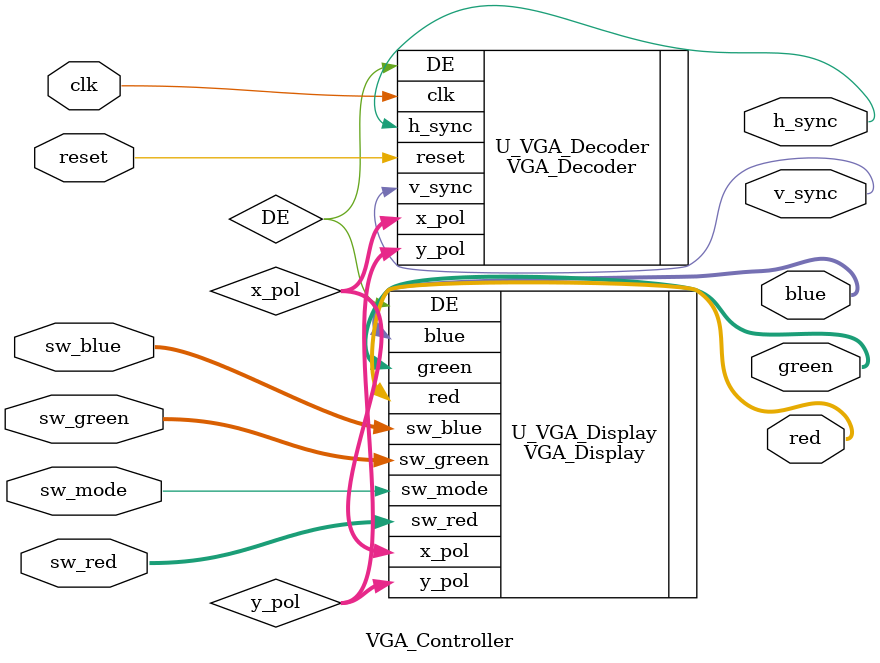
<source format=v>
`timescale 1ns / 1ps

module VGA_Controller (
    input  wire       clk,
    input  wire       reset,
    input  wire [3:0] sw_red,
    input  wire [3:0] sw_green,
    input  wire [3:0] sw_blue,
    input  wire       sw_mode,
    output wire       h_sync,
    output wire       v_sync,
    output wire [3:0] red,
    output wire [3:0] green,
    output wire [3:0] blue
);

    wire                   DE;
    wire [$clog2(639)-1:0] x_pol;
    wire [$clog2(479)-1:0] y_pol;

    VGA_Decoder U_VGA_Decoder (
        .clk   (clk),
        .reset (reset),
        .h_sync(h_sync),
        .v_sync(v_sync),
        .DE    (DE),
        .x_pol (x_pol),
        .y_pol (y_pol)
    );

    VGA_Display U_VGA_Display (
        .sw_red  (sw_red),
        .sw_green(sw_green),
        .sw_blue (sw_blue),
        .sw_mode (sw_mode),
        .DE      (DE),
        .x_pol   (x_pol),
        .y_pol   (y_pol),
        .red     (red),
        .green   (green),
        .blue    (blue)
    );


endmodule



</source>
